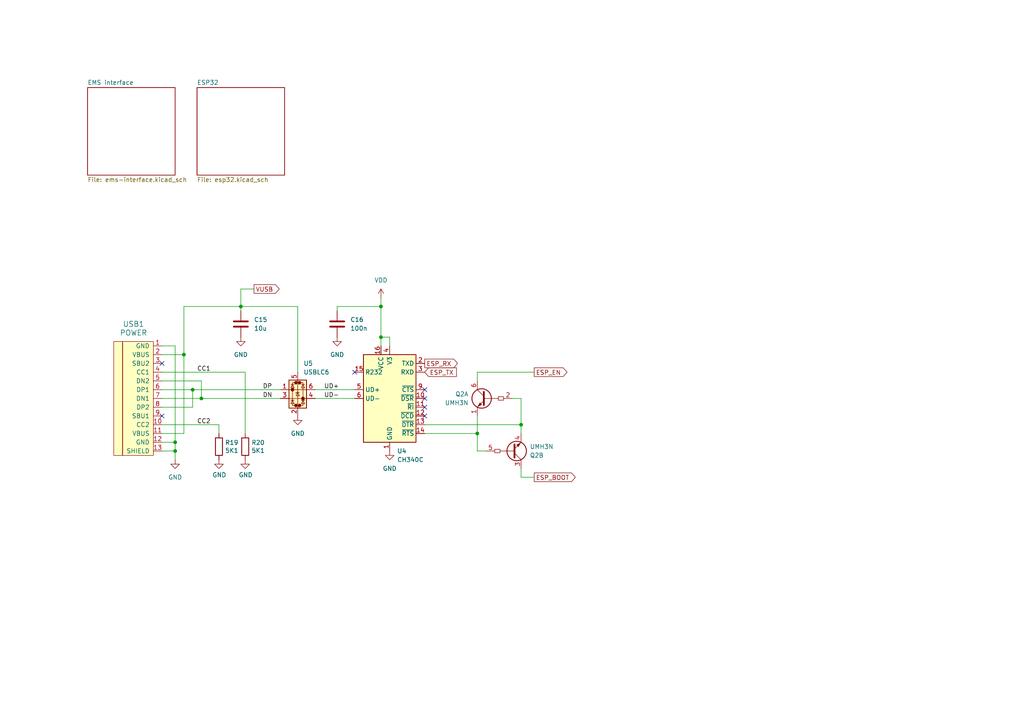
<source format=kicad_sch>
(kicad_sch (version 20250114) (generator "eeschema") (generator_version "9.0")
  (paper "A4")
  (lib_symbols
    (symbol "Device:C" (pin_numbers (hide yes)) (pin_names (offset 0.254))
      (property "Reference" "C" (at 0.635 2.54 0))
      (property "Value" "C" (at 0.635 -2.54 0))
      (symbol "C_0_1"
        (polyline (pts (xy -2.032 0.762) (xy 2.032 0.762)) (stroke (width 0.508)))
        (polyline (pts (xy -2.032 -0.762) (xy 2.032 -0.762)) (stroke (width 0.508)))
      )
      (symbol "C_1_1"
        (pin passive line (at 0 3.81 270) (length 2.794) (name "~") (number "1"))
        (pin passive line (at 0 -3.81 90) (length 2.794) (name "~") (number "2"))
      )
    )
    (symbol "Device:R" (pin_numbers (hide yes)) (pin_names (offset 0))
      (property "Reference" "R" (at 2.032 0 90))
      (property "Value" "R" (at 0 0 90))
      (symbol "R_0_1"
        (rectangle (start -1.016 -2.54) (end 1.016 2.54) (stroke (width 0.254)))
      )
      (symbol "R_1_1"
        (pin passive line (at 0 3.81 270) (length 1.27) (name "~") (number "1"))
        (pin passive line (at 0 -3.81 90) (length 1.27) (name "~") (number "2"))
      )
    )
    (symbol "Interface_USB:CH340C"
      (property "Reference" "U" (at -5.08 13.97 0))
      (property "Value" "CH340C" (at 1.27 13.97 0))
      (symbol "CH340C_0_1"
        (rectangle (start -7.62 12.7) (end 7.62 -12.7) (stroke (width 0.254)) (fill (type background)))
      )
      (symbol "CH340C_1_1"
        (pin input line (at -10.16 7.62 0) (length 2.54) (name "R232") (number "15"))
        (pin bidirectional line (at -10.16 2.54 0) (length 2.54) (name "UD+") (number "5"))
        (pin bidirectional line (at -10.16 0 0) (length 2.54) (name "UD-") (number "6"))
        (pin no_connect line (at -7.62 -5.08 0) (length 2.54) (hide yes) (name "NC") (number "7"))
        (pin no_connect line (at -7.62 -7.62 0) (length 2.54) (hide yes) (name "NC") (number "8"))
        (pin power_in line (at -2.54 15.24 270) (length 2.54) (name "VCC") (number "16"))
        (pin power_out line (at 0 15.24 270) (length 2.54) (name "V3") (number "4"))
        (pin power_in line (at 0 -15.24 90) (length 2.54) (name "GND") (number "1"))
        (pin output line (at 10.16 10.16 180) (length 2.54) (name "TXD") (number "2"))
        (pin input line (at 10.16 7.62 180) (length 2.54) (name "RXD") (number "3"))
        (pin input line (at 10.16 2.54 180) (length 2.54) (name "~{CTS}") (number "9"))
        (pin input line (at 10.16 0 180) (length 2.54) (name "~{DSR}") (number "10"))
        (pin input line (at 10.16 -2.54 180) (length 2.54) (name "~{RI}") (number "11"))
        (pin input line (at 10.16 -5.08 180) (length 2.54) (name "~{DCD}") (number "12"))
        (pin output line (at 10.16 -7.62 180) (length 2.54) (name "~{DTR}") (number "13"))
        (pin output line (at 10.16 -10.16 180) (length 2.54) (name "~{RTS}") (number "14"))
      )
    )
    (symbol "Power_Protection:USBLC6-2SC6" (pin_names (hide yes))
      (property "Reference" "U" (at 0.635 5.715 0))
      (property "Value" "USBLC6-2SC6" (at 0.635 3.81 0))
      (symbol "USBLC6-2SC6_0_0"
        (circle (center -1.524 0) (radius 0.0001) (stroke (width 0.508)))
        (circle (center -0.508 2.032) (radius 0.0001) (stroke (width 0.508)))
        (circle (center -0.508 -4.572) (radius 0.0001) (stroke (width 0.508)))
        (circle (center 0.508 2.032) (radius 0.0001) (stroke (width 0.508)))
        (circle (center 0.508 -4.572) (radius 0.0001) (stroke (width 0.508)))
        (circle (center 1.524 -2.54) (radius 0.0001) (stroke (width 0.508)))
      )
      (symbol "USBLC6-2SC6_0_1"
        (polyline (pts (xy -2.54 0) (xy 2.54 0)))
        (polyline (pts (xy -2.54 -2.54) (xy 2.54 -2.54)))
        (polyline (pts (xy -2.032 0.508) (xy -1.016 0.508) (xy -1.524 1.524) (xy -2.032 0.508)))
        (polyline (pts (xy -2.032 -3.048) (xy -1.016 -3.048)))
        (polyline (pts (xy -1.016 1.524) (xy -2.032 1.524)))
        (polyline (pts (xy -1.016 -4.064) (xy -2.032 -4.064) (xy -1.524 -3.048) (xy -1.016 -4.064)))
        (polyline (pts (xy -0.508 -1.143) (xy -0.508 -0.762) (xy 0.508 -0.762)))
        (polyline (pts (xy 0 2.54) (xy -0.508 2.032) (xy 0.508 2.032) (xy 0 1.524) (xy 0 -4.064) (xy -0.508 -4.572) (xy 0.508 -4.572) (xy 0 -5.08)))
        (polyline (pts (xy 0.508 -1.778) (xy -0.508 -1.778) (xy 0 -0.762) (xy 0.508 -1.778)))
        (polyline (pts (xy 1.016 1.524) (xy 2.032 1.524)))
        (polyline (pts (xy 1.016 -3.048) (xy 2.032 -3.048)))
        (polyline (pts (xy 2.032 0.508) (xy 1.016 0.508) (xy 1.524 1.524) (xy 2.032 0.508)))
        (polyline (pts (xy 2.032 -4.064) (xy 1.016 -4.064) (xy 1.524 -3.048) (xy 2.032 -4.064)))
      )
      (symbol "USBLC6-2SC6_1_1"
        (rectangle (start -2.54 2.794) (end 2.54 -5.334) (stroke (width 0.254)) (fill (type background)))
        (polyline (pts (xy -0.508 2.032) (xy -1.524 2.032) (xy -1.524 -4.572) (xy -0.508 -4.572)))
        (polyline (pts (xy 0.508 -4.572) (xy 1.524 -4.572) (xy 1.524 2.032) (xy 0.508 2.032)))
        (pin passive line (at -5.08 0 0) (length 2.54) (name "I/O1") (number "1"))
        (pin passive line (at -5.08 -2.54 0) (length 2.54) (name "I/O2") (number "3"))
        (pin passive line (at 0 5.08 270) (length 2.54) (name "VBUS") (number "5"))
        (pin passive line (at 0 -7.62 90) (length 2.54) (name "GND") (number "2"))
        (pin passive line (at 5.08 0 180) (length 2.54) (name "I/O1") (number "6"))
        (pin passive line (at 5.08 -2.54 180) (length 2.54) (name "I/O2") (number "4"))
      )
    )
    (symbol "Transistor_BJT:UMH3N" (pin_names (hide yes))
      (property "Reference" "Q" (at 7.62 1.27 0))
      (property "Value" "UMH3N" (at 7.62 -1.27 0))
      (symbol "UMH3N_0_1"
        (rectangle (start -6.35 0.508) (end -4.826 -0.508))
        (polyline (pts (xy -0.762 0) (xy -4.826 0)))
        (polyline (pts (xy -0.635 1.905) (xy -0.635 -1.905)) (stroke (width 0.508)))
        (polyline (pts (xy -0.635 0.635) (xy 1.27 2.54)))
        (polyline (pts (xy -0.635 -0.635) (xy 1.27 -2.54)))
        (polyline (pts (xy 0 -1.778) (xy 0.508 -1.27) (xy 1.016 -2.286) (xy 0 -1.778)) (fill (type outline)))
      )
      (symbol "UMH3N_1_1"
        (circle (center 0 0) (radius 2.8194) (stroke (width 0.254)))
        (pin input line (at -8.89 0 0) (length 2.54) (name "B1") (number "2"))
        (pin passive line (at 1.27 5.08 270) (length 2.54) (name "C1") (number "6"))
        (pin passive line (at 1.27 -5.08 90) (length 2.54) (name "E1") (number "1"))
      )
      (symbol "UMH3N_2_1"
        (circle (center 0 0) (radius 2.8194) (stroke (width 0.254)))
        (pin input line (at -8.89 0 0) (length 2.54) (name "B2") (number "5"))
        (pin passive line (at 1.27 5.08 270) (length 2.54) (name "C2") (number "3"))
        (pin passive line (at 1.27 -5.08 90) (length 2.54) (name "E2") (number "4"))
      )
    )
    (symbol "power:GND" (power) (pin_numbers (hide yes)) (pin_names (offset 0) (hide yes))
      (property "Value" "GND" (at 0 -3.81 0))
      (symbol "GND_0_1"
        (polyline (pts (xy 0 0) (xy 0 -1.27) (xy 1.27 -1.27) (xy 0 -2.54) (xy -1.27 -1.27) (xy 0 -1.27)))
      )
      (symbol "GND_1_1"
        (pin power_in line (at 0 0 270) (length 0) (name "~") (number "1"))
      )
    )
    (symbol "power:VDD" (power) (pin_numbers (hide yes)) (pin_names (offset 0) (hide yes))
      (property "Value" "VDD" (at 0 3.556 0))
      (symbol "VDD_0_1"
        (polyline (pts (xy -0.762 1.27) (xy 0 2.54)))
        (polyline (pts (xy 0 2.54) (xy 0.762 1.27)))
        (polyline (pts (xy 0 0) (xy 0 2.54)))
      )
      (symbol "VDD_1_1"
        (pin power_in line (at 0 0 90) (length 0) (name "~") (number "1"))
      )
    )
    (symbol "spetry:HRO-TYPE-C-31-M-12-Type-C" (pin_names (offset 1.016))
      (property "Reference" "USB1" (at -4.2418 20.2438 0))
      (property "Value" "POWER" (at -4.2418 17.5514 0))
      (symbol "HRO-TYPE-C-31-M-12-Type-C_0_1"
        (rectangle (start -11.43 15.24) (end -8.89 -17.78) (fill (type background)))
        (rectangle (start 0 -17.78) (end -8.89 15.24) (fill (type background)))
      )
      (symbol "HRO-TYPE-C-31-M-12-Type-C_1_1"
        (pin input line (at 2.54 13.97 180) (length 2.54) (name "GND") (number "1"))
        (pin input line (at 2.54 11.43 180) (length 2.54) (name "VBUS") (number "2"))
        (pin input line (at 2.54 8.89 180) (length 2.54) (name "SBU2") (number "3"))
        (pin input line (at 2.54 6.35 180) (length 2.54) (name "CC1") (number "4"))
        (pin input line (at 2.54 3.81 180) (length 2.54) (name "DN2") (number "5"))
        (pin input line (at 2.54 1.27 180) (length 2.54) (name "DP1") (number "6"))
        (pin input line (at 2.54 -1.27 180) (length 2.54) (name "DN1") (number "7"))
        (pin input line (at 2.54 -3.81 180) (length 2.54) (name "DP2") (number "8"))
        (pin input line (at 2.54 -6.35 180) (length 2.54) (name "SBU1") (number "9"))
        (pin input line (at 2.54 -8.89 180) (length 2.54) (name "CC2") (number "10"))
        (pin input line (at 2.54 -11.43 180) (length 2.54) (name "VBUS") (number "11"))
        (pin input line (at 2.54 -13.97 180) (length 2.54) (name "GND") (number "12"))
        (pin input line (at 2.54 -16.51 180) (length 2.54) (name "SHIELD") (number "13"))
      )
    )
  )
  (junction (at 58.42 115.57))
  (junction (at 110.49 97.79))
  (junction (at 50.8 130.81))
  (junction (at 138.43 125.73))
  (junction (at 69.85 88.9))
  (junction (at 110.49 88.9))
  (junction (at 53.34 102.87))
  (junction (at 55.88 113.03))
  (junction (at 50.8 128.27))
  (junction (at 151.13 123.19))
  (no_connect (at 46.99 120.65))
  (no_connect (at 123.19 113.03))
  (no_connect (at 123.19 118.11))
  (no_connect (at 123.19 115.57))
  (no_connect (at 102.87 107.95))
  (no_connect (at 123.19 120.65))
  (no_connect (at 46.99 105.41))
  (wire (pts (xy 58.42 115.57) (xy 81.28 115.57)))
  (wire (pts (xy 110.49 86.36) (xy 110.49 88.9)))
  (wire (pts (xy 110.49 88.9) (xy 110.49 97.79)))
  (wire (pts (xy 55.88 113.03) (xy 81.28 113.03)))
  (wire (pts (xy 50.8 100.33) (xy 50.8 128.27)))
  (wire (pts (xy 91.44 115.57) (xy 102.87 115.57)))
  (wire (pts (xy 86.36 88.9) (xy 86.36 107.95)))
  (wire (pts (xy 53.34 88.9) (xy 53.34 102.87)))
  (wire (pts (xy 71.12 107.95) (xy 71.12 125.73)))
  (wire (pts (xy 53.34 102.87) (xy 46.99 102.87)))
  (wire (pts (xy 151.13 123.19) (xy 151.13 125.73)))
  (wire (pts (xy 46.99 113.03) (xy 55.88 113.03)))
  (wire (pts (xy 46.99 123.19) (xy 63.5 123.19)))
  (wire (pts (xy 50.8 130.81) (xy 50.8 133.35)))
  (wire (pts (xy 46.99 125.73) (xy 53.34 125.73)))
  (wire (pts (xy 138.43 107.95) (xy 154.94 107.95)))
  (wire (pts (xy 63.5 123.19) (xy 63.5 125.73)))
  (wire (pts (xy 69.85 83.82) (xy 69.85 88.9)))
  (wire (pts (xy 46.99 118.11) (xy 55.88 118.11)))
  (wire (pts (xy 69.85 88.9) (xy 53.34 88.9)))
  (wire (pts (xy 138.43 125.73) (xy 123.19 125.73)))
  (wire (pts (xy 148.59 115.57) (xy 151.13 115.57)))
  (wire (pts (xy 73.66 83.82) (xy 69.85 83.82)))
  (wire (pts (xy 138.43 120.65) (xy 138.43 125.73)))
  (wire (pts (xy 91.44 113.03) (xy 102.87 113.03)))
  (wire (pts (xy 154.94 138.43) (xy 151.13 138.43)))
  (wire (pts (xy 123.19 123.19) (xy 151.13 123.19)))
  (wire (pts (xy 110.49 97.79) (xy 110.49 100.33)))
  (wire (pts (xy 46.99 128.27) (xy 50.8 128.27)))
  (wire (pts (xy 50.8 128.27) (xy 50.8 130.81)))
  (wire (pts (xy 46.99 100.33) (xy 50.8 100.33)))
  (wire (pts (xy 46.99 115.57) (xy 58.42 115.57)))
  (wire (pts (xy 86.36 88.9) (xy 69.85 88.9)))
  (wire (pts (xy 138.43 130.81) (xy 138.43 125.73)))
  (wire (pts (xy 113.03 97.79) (xy 110.49 97.79)))
  (wire (pts (xy 46.99 110.49) (xy 58.42 110.49)))
  (wire (pts (xy 138.43 110.49) (xy 138.43 107.95)))
  (wire (pts (xy 46.99 130.81) (xy 50.8 130.81)))
  (wire (pts (xy 140.97 130.81) (xy 138.43 130.81)))
  (wire (pts (xy 110.49 88.9) (xy 97.79 88.9)))
  (wire (pts (xy 58.42 110.49) (xy 58.42 115.57)))
  (wire (pts (xy 113.03 100.33) (xy 113.03 97.79)))
  (wire (pts (xy 97.79 90.17) (xy 97.79 88.9)))
  (wire (pts (xy 71.12 107.95) (xy 46.99 107.95)))
  (wire (pts (xy 69.85 88.9) (xy 69.85 90.17)))
  (wire (pts (xy 53.34 125.73) (xy 53.34 102.87)))
  (wire (pts (xy 55.88 118.11) (xy 55.88 113.03)))
  (wire (pts (xy 151.13 115.57) (xy 151.13 123.19)))
  (wire (pts (xy 151.13 138.43) (xy 151.13 135.89)))
  (label "UD-" (at 93.98 115.57 0))
  (label "CC2" (at 57.15 123.19 0))
  (label "DN" (at 76.2 115.57 0))
  (label "DP" (at 76.2 113.03 0))
  (label "UD+" (at 93.98 113.03 0))
  (label "CC1" (at 57.15 107.95 0))
  (global_label "ESP_EN" (shape output) (at 154.94 107.95 0) (property "Intersheetrefs" "${INTERSHEET_REFS}" (effects (hide yes))))
  (global_label "ESP_TX" (shape input) (at 123.19 107.95 0) (property "Intersheetrefs" "${INTERSHEET_REFS}" (effects (hide yes))))
  (global_label "VUSB" (shape output) (at 73.66 83.82 0) (property "Intersheetrefs" "${INTERSHEET_REFS}" (effects (hide yes))))
  (global_label "ESP_BOOT" (shape output) (at 154.94 138.43 0) (property "Intersheetrefs" "${INTERSHEET_REFS}" (effects (hide yes))))
  (global_label "ESP_RX" (shape output) (at 123.19 105.41 0) (property "Intersheetrefs" "${INTERSHEET_REFS}" (effects (hide yes))))
  (symbol (lib_id "power:GND") (at 113.03 130.81 0) (unit 1)
    (property "Reference" "#PWR025" (effects (hide yes)))
    (property "Value" "GND" (at 113.03 135.89 0))
    (property "Description" "Power symbol creates a global label with name \"GND\" , ground" (effects (hide yes)))
  )
  (symbol (lib_id "Transistor_BJT:UMH3N") (at 149.86 130.81 0) (mirror x) (unit 2)
    (property "Reference" "Q2" (at 153.67 132.0801 0) (effects (justify left)))
    (property "Value" "UMH3N" (at 153.67 129.5401 0) (effects (justify left)))
    (property "Footprint" "Package_TO_SOT_SMD:SOT-363_SC-70-6" (effects (hide yes)))
    (property "Datasheet" "http://rohmfs.rohm.com/en/products/databook/datasheet/discrete/transistor/digital/emh3t2r-e.pdf" (effects (hide yes)))
    (property "Description" "0.1A Ic, 50V Vce, Dual NPN Input Resistor Transistors, SOT-363" (effects (hide yes)))
  )
  (symbol (lib_id "Device:R") (at 63.5 129.54 0) (unit 1)
    (property "Reference" "R19" (at 65.278 128.3716 0) (effects (justify left)))
    (property "Value" "5K1" (at 65.278 130.683 0) (effects (justify left)))
    (property "Footprint" "Resistor_SMD:R_0805_2012Metric" (effects (hide yes)))
  )
  (symbol (lib_id "power:GND") (at 63.5 133.35 0) (unit 1)
    (property "Reference" "#PWR028" (effects (hide yes)))
    (property "Value" "GND" (at 63.627 137.7442 0))
  )
  (symbol (lib_id "power:GND") (at 71.12 133.35 0) (unit 1)
    (property "Reference" "#PWR029" (effects (hide yes)))
    (property "Value" "GND" (at 71.247 137.7442 0))
  )
  (symbol (lib_id "Interface_USB:CH340C") (at 113.03 115.57 0) (unit 1)
    (property "Reference" "U4" (at 115.1733 130.81 0) (effects (justify left)))
    (property "Value" "CH340C" (at 115.1733 133.35 0) (effects (justify left)))
    (property "Footprint" "Package_SO:SOIC-16_3.9x9.9mm_P1.27mm" (effects (hide yes)))
    (property "Datasheet" "https://datasheet.lcsc.com/szlcsc/Jiangsu-Qin-Heng-CH340C_C84681.pdf" (effects (hide yes)))
    (property "Description" "USB serial converter, crystal-less, UART, SOIC-16" (effects (hide yes)))
  )
  (symbol (lib_id "Power_Protection:USBLC6-2SC6") (at 86.36 113.03 0) (unit 1)
    (property "Reference" "U5" (at 88.0111 105.41 0) (effects (justify left)))
    (property "Value" "USBLC6" (at 88.0111 107.95 0) (effects (justify left)))
    (property "Footprint" "Package_TO_SOT_SMD:SOT-23-6" (effects (hide yes)))
    (property "Datasheet" "https://www.st.com/resource/en/datasheet/usblc6-2.pdf" (effects (hide yes)))
    (property "Description" "Very low capacitance ESD protection diode, 2 data-line, SOT-23-6" (effects (hide yes)))
  )
  (symbol (lib_id "power:GND") (at 86.36 120.65 0) (unit 1)
    (property "Reference" "#PWR030" (effects (hide yes)))
    (property "Value" "GND" (at 86.36 125.73 0))
    (property "Description" "Power symbol creates a global label with name \"GND\" , ground" (effects (hide yes)))
  )
  (symbol (lib_id "power:GND") (at 97.79 97.79 0) (unit 1)
    (property "Reference" "#PWR031" (effects (hide yes)))
    (property "Value" "GND" (at 97.79 102.87 0))
    (property "Description" "Power symbol creates a global label with name \"GND\" , ground" (effects (hide yes)))
  )
  (symbol (lib_id "power:VDD") (at 110.49 86.36 0) (unit 1)
    (property "Reference" "#PWR034" (effects (hide yes)))
    (property "Value" "VDD" (at 110.49 81.28 0))
    (property "Description" "Power symbol creates a global label with name \"VDD\"" (effects (hide yes)))
  )
  (symbol (lib_id "power:GND") (at 50.8 133.35 0) (unit 1)
    (property "Reference" "#PWR026" (effects (hide yes)))
    (property "Value" "GND" (at 50.8 138.43 0))
    (property "Description" "Power symbol creates a global label with name \"GND\" , ground" (effects (hide yes)))
  )
  (symbol (lib_id "Device:R") (at 71.12 129.54 0) (unit 1)
    (property "Reference" "R20" (at 72.898 128.3716 0) (effects (justify left)))
    (property "Value" "5K1" (at 72.898 130.683 0) (effects (justify left)))
    (property "Footprint" "Resistor_SMD:R_0805_2012Metric" (effects (hide yes)))
  )
  (symbol (lib_id "power:GND") (at 69.85 97.79 0) (unit 1)
    (property "Reference" "#PWR027" (effects (hide yes)))
    (property "Value" "GND" (at 69.85 102.87 0))
    (property "Description" "Power symbol creates a global label with name \"GND\" , ground" (effects (hide yes)))
  )
  (symbol (lib_id "Transistor_BJT:UMH3N") (at 139.7 115.57 0) (mirror y) (unit 1)
    (property "Reference" "Q2" (at 135.89 114.2999 0) (effects (justify left)))
    (property "Value" "UMH3N" (at 135.89 116.8399 0) (effects (justify left)))
    (property "Footprint" "Package_TO_SOT_SMD:SOT-363_SC-70-6" (effects (hide yes)))
    (property "Datasheet" "http://rohmfs.rohm.com/en/products/databook/datasheet/discrete/transistor/digital/emh3t2r-e.pdf" (effects (hide yes)))
    (property "Description" "0.1A Ic, 50V Vce, Dual NPN Input Resistor Transistors, SOT-363" (effects (hide yes)))
  )
  (symbol (lib_id "Device:C") (at 69.85 93.98 0) (unit 1)
    (property "Reference" "C15" (at 73.66 92.7099 0) (effects (justify left)))
    (property "Value" "10u" (at 73.66 95.2499 0) (effects (justify left)))
    (property "Footprint" "Capacitor_SMD:C_1206_3216Metric" (effects (hide yes)))
    (property "Description" "Unpolarized capacitor" (effects (hide yes)))
  )
  (symbol (lib_id "spetry:HRO-TYPE-C-31-M-12-Type-C") (at 44.45 114.3 0) (unit 1)
    (property "Reference" "USB1" (at 38.735 93.98 0) (effects (font (size 1.524 1.524))))
    (property "Value" "POWER" (at 38.735 96.52 0) (effects (font (size 1.524 1.524))))
    (property "Footprint" "spetry:HRO-TYPE-C-31-M-12" (effects (hide yes)))
  )
  (symbol (lib_id "Device:C") (at 97.79 93.98 0) (unit 1)
    (property "Reference" "C16" (at 101.6 92.7099 0) (effects (justify left)))
    (property "Value" "100n" (at 101.6 95.2499 0) (effects (justify left)))
    (property "Footprint" "Capacitor_SMD:C_0805_2012Metric" (effects (hide yes)))
    (property "Description" "Unpolarized capacitor" (effects (hide yes)))
  )
  (sheet (at 25.4 25.4) (size 25.4 25.4) (stroke (width 0.1524))
    (property "Sheetname" "EMS interface" (at 25.4 24.6884 0) (effects (justify left bottom)))
    (property "Sheetfile" "ems-interface.kicad_sch" (at 25.4 51.3846 0) (effects (justify left top)))
  )
  (sheet (at 57.15 25.4) (size 25.4 25.4) (stroke (width 0.1524))
    (property "Sheetname" "ESP32" (at 57.15 24.6884 0) (effects (justify left bottom)))
    (property "Sheetfile" "esp32.kicad_sch" (at 57.15 51.3846 0) (effects (justify left top)))
  )
)
</source>
